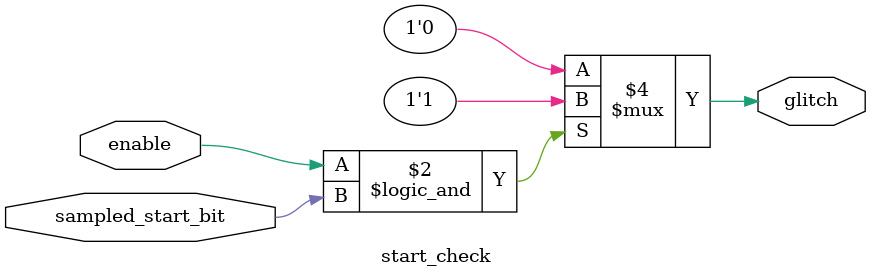
<source format=v>
module start_check
  ( input   wire  enable,
    input   wire  sampled_start_bit,
    output  reg   glitch            );
    
    always @(*)
    begin
      if(enable && sampled_start_bit)
        glitch = 1'b1;
      else
        glitch = 1'b0;
    end
endmodule


</source>
